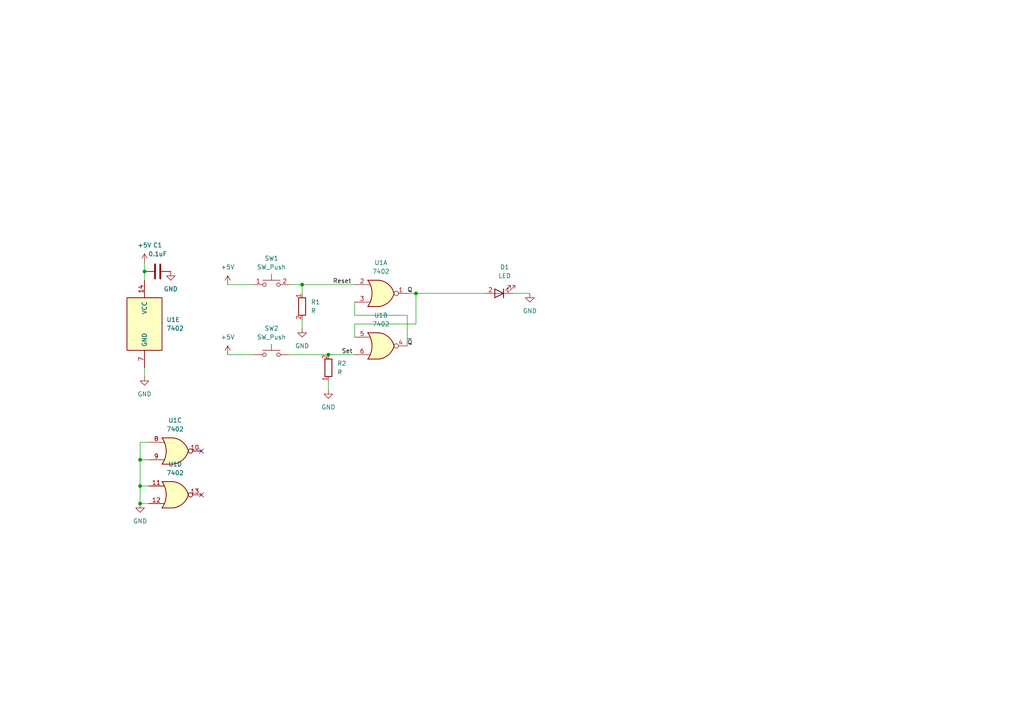
<source format=kicad_sch>
(kicad_sch (version 20211123) (generator eeschema)
  (paper "A4")
  (lib_symbols
    (symbol "7402_1" (pin_names (offset 1.016))
      (property "Reference" "U1" (at 0 8.89 0))
      (property "Value" "7402" (at 0 6.35 0))
      (symbol "7402_1_1_1"
        (arc (start -3.81 -3.81) (mid -2.589 0) (end -3.81 3.81) (stroke (width 0.254)))
        (arc (start -0.6096 -3.81) (mid 2.1842 -2.5851) (end 3.81 0) (stroke (width 0.254)) (fill (type background)))
        (polyline (pts (xy -3.81 -3.81) (xy -0.635 -3.81)) (stroke (width 0.254)) (fill (type background)))
        (polyline (pts (xy -3.81 3.81) (xy -0.635 3.81)) (stroke (width 0.254)) (fill (type background)))
        (polyline (pts (xy -0.635 3.81) (xy -3.81 3.81) (xy -3.81 3.81) (xy -3.556 3.4036) (xy -3.0226 2.2606) (xy -2.6924 1.0414) (xy -2.6162 -0.254) (xy -2.7686 -1.4986) (xy -3.175 -2.7178) (xy -3.81 -3.81) (xy -3.81 -3.81) (xy -0.635 -3.81)) (stroke (width -25.4)) (fill (type background)))
        (arc (start 3.81 0) (mid 2.1915 2.5936) (end -0.6096 3.81) (stroke (width 0.254)) (fill (type background)))
        (pin output inverted (at 7.62 0 180) (length 3.81) (name "~") (number "1"))
        (pin input line (at -7.62 2.54 0) (length 4.318) (name "~") (number "2"))
        (pin input line (at -7.62 -2.54 0) (length 4.318) (name "~") (number "3"))
      )
      (symbol "7402_1_1_2"
        (arc (start 0 -3.81) (mid 3.81 0) (end 0 3.81) (stroke (width 0.254)) (fill (type background)))
        (polyline (pts (xy 0 3.81) (xy -3.81 3.81) (xy -3.81 -3.81) (xy 0 -3.81)) (stroke (width 0.254)) (fill (type background)))
        (pin output line (at 7.62 0 180) (length 3.81) (name "~") (number "1"))
        (pin input inverted (at -7.62 2.54 0) (length 3.81) (name "~") (number "2"))
        (pin input inverted (at -7.62 -2.54 0) (length 3.81) (name "~") (number "3"))
      )
      (symbol "7402_1_2_1"
        (arc (start -3.81 -3.81) (mid -2.589 0) (end -3.81 3.81) (stroke (width 0.254)))
        (arc (start -0.6096 -3.81) (mid 2.1842 -2.5851) (end 3.81 0) (stroke (width 0.254)) (fill (type background)))
        (polyline (pts (xy -3.81 -3.81) (xy -0.635 -3.81)) (stroke (width 0.254)) (fill (type background)))
        (polyline (pts (xy -3.81 3.81) (xy -0.635 3.81)) (stroke (width 0.254)) (fill (type background)))
        (polyline (pts (xy -0.635 3.81) (xy -3.81 3.81) (xy -3.81 3.81) (xy -3.556 3.4036) (xy -3.0226 2.2606) (xy -2.6924 1.0414) (xy -2.6162 -0.254) (xy -2.7686 -1.4986) (xy -3.175 -2.7178) (xy -3.81 -3.81) (xy -3.81 -3.81) (xy -0.635 -3.81)) (stroke (width -25.4)) (fill (type background)))
        (arc (start 3.81 0) (mid 2.1915 2.5936) (end -0.6096 3.81) (stroke (width 0.254)) (fill (type background)))
        (pin output inverted (at 7.62 0 180) (length 3.81) (name "~") (number "4"))
        (pin input line (at -7.62 2.54 0) (length 4.318) (name "~") (number "5"))
        (pin input line (at -7.62 -2.54 0) (length 4.318) (name "~") (number "6"))
      )
      (symbol "7402_1_2_2"
        (arc (start 0 -3.81) (mid 3.81 0) (end 0 3.81) (stroke (width 0.254)) (fill (type background)))
        (polyline (pts (xy 0 3.81) (xy -3.81 3.81) (xy -3.81 -3.81) (xy 0 -3.81)) (stroke (width 0.254)) (fill (type background)))
        (pin output line (at 7.62 0 180) (length 3.81) (name "~") (number "4"))
        (pin input inverted (at -7.62 2.54 0) (length 3.81) (name "~") (number "5"))
        (pin input inverted (at -7.62 -2.54 0) (length 3.81) (name "~") (number "6"))
      )
      (symbol "7402_1_3_1"
        (arc (start -3.81 -3.81) (mid -2.589 0) (end -3.81 3.81) (stroke (width 0.254)))
        (arc (start -0.6096 -3.81) (mid 2.1842 -2.5851) (end 3.81 0) (stroke (width 0.254)) (fill (type background)))
        (polyline (pts (xy -3.81 -3.81) (xy -0.635 -3.81)) (stroke (width 0.254)) (fill (type background)))
        (polyline (pts (xy -3.81 3.81) (xy -0.635 3.81)) (stroke (width 0.254)) (fill (type background)))
        (polyline (pts (xy -0.635 3.81) (xy -3.81 3.81) (xy -3.81 3.81) (xy -3.556 3.4036) (xy -3.0226 2.2606) (xy -2.6924 1.0414) (xy -2.6162 -0.254) (xy -2.7686 -1.4986) (xy -3.175 -2.7178) (xy -3.81 -3.81) (xy -3.81 -3.81) (xy -0.635 -3.81)) (stroke (width -25.4)) (fill (type background)))
        (arc (start 3.81 0) (mid 2.1915 2.5936) (end -0.6096 3.81) (stroke (width 0.254)) (fill (type background)))
        (pin output inverted (at 7.62 0 180) (length 3.81) (name "~") (number "10"))
        (pin input line (at -7.62 2.54 0) (length 4.318) (name "~") (number "8"))
        (pin input line (at -7.62 -2.54 0) (length 4.318) (name "~") (number "9"))
      )
      (symbol "7402_1_3_2"
        (arc (start 0 -3.81) (mid 3.81 0) (end 0 3.81) (stroke (width 0.254)) (fill (type background)))
        (polyline (pts (xy 0 3.81) (xy -3.81 3.81) (xy -3.81 -3.81) (xy 0 -3.81)) (stroke (width 0.254)) (fill (type background)))
        (pin output line (at 7.62 0 180) (length 3.81) (name "~") (number "10"))
        (pin input inverted (at -7.62 2.54 0) (length 3.81) (name "~") (number "8"))
        (pin input inverted (at -7.62 -2.54 0) (length 3.81) (name "~") (number "9"))
      )
      (symbol "7402_1_4_1"
        (arc (start -3.81 -3.81) (mid -2.589 0) (end -3.81 3.81) (stroke (width 0.254)))
        (arc (start -0.6096 -3.81) (mid 2.1842 -2.5851) (end 3.81 0) (stroke (width 0.254)) (fill (type background)))
        (polyline (pts (xy -3.81 -3.81) (xy -0.635 -3.81)) (stroke (width 0.254)) (fill (type background)))
        (polyline (pts (xy -3.81 3.81) (xy -0.635 3.81)) (stroke (width 0.254)) (fill (type background)))
        (polyline (pts (xy -0.635 3.81) (xy -3.81 3.81) (xy -3.81 3.81) (xy -3.556 3.4036) (xy -3.0226 2.2606) (xy -2.6924 1.0414) (xy -2.6162 -0.254) (xy -2.7686 -1.4986) (xy -3.175 -2.7178) (xy -3.81 -3.81) (xy -3.81 -3.81) (xy -0.635 -3.81)) (stroke (width -25.4)) (fill (type background)))
        (arc (start 3.81 0) (mid 2.1915 2.5936) (end -0.6096 3.81) (stroke (width 0.254)) (fill (type background)))
        (pin input line (at -7.62 2.54 0) (length 4.318) (name "~") (number "11"))
        (pin input line (at -7.62 -2.54 0) (length 4.318) (name "~") (number "12"))
        (pin output inverted (at 7.62 0 180) (length 3.81) (name "~") (number "13"))
      )
      (symbol "7402_1_4_2"
        (arc (start 0 -3.81) (mid 3.81 0) (end 0 3.81) (stroke (width 0.254)) (fill (type background)))
        (polyline (pts (xy 0 3.81) (xy -3.81 3.81) (xy -3.81 -3.81) (xy 0 -3.81)) (stroke (width 0.254)) (fill (type background)))
        (pin input inverted (at -7.62 2.54 0) (length 3.81) (name "~") (number "11"))
        (pin input inverted (at -7.62 -2.54 0) (length 3.81) (name "~") (number "12"))
        (pin output line (at 7.62 0 180) (length 3.81) (name "~") (number "13"))
      )
      (symbol "7402_1_5_0"
        (pin power_in line (at 0 12.7 270) (length 5.08) (name "VCC") (number "14"))
        (pin power_in line (at 0 -12.7 90) (length 5.08) (name "GND") (number "7"))
      )
      (symbol "7402_1_5_1"
        (rectangle (start -5.08 7.62) (end 5.08 -7.62) (stroke (width 0.254)) (fill (type background)))
      )
    )
    (symbol "74xx:7402" (pin_names (offset 1.016))
      (property "Reference" "U" (at 0 1.27 0))
      (property "Value" "7402" (at 0 -1.27 0))
      (symbol "7402_1_1"
        (arc (start -3.81 -3.81) (mid -2.589 0) (end -3.81 3.81) (stroke (width 0.254)))
        (arc (start -0.6096 -3.81) (mid 2.1842 -2.5851) (end 3.81 0) (stroke (width 0.254)) (fill (type background)))
        (polyline (pts (xy -3.81 -3.81) (xy -0.635 -3.81)) (stroke (width 0.254)) (fill (type background)))
        (polyline (pts (xy -3.81 3.81) (xy -0.635 3.81)) (stroke (width 0.254)) (fill (type background)))
        (polyline (pts (xy -0.635 3.81) (xy -3.81 3.81) (xy -3.81 3.81) (xy -3.556 3.4036) (xy -3.0226 2.2606) (xy -2.6924 1.0414) (xy -2.6162 -0.254) (xy -2.7686 -1.4986) (xy -3.175 -2.7178) (xy -3.81 -3.81) (xy -3.81 -3.81) (xy -0.635 -3.81)) (stroke (width -25.4)) (fill (type background)))
        (arc (start 3.81 0) (mid 2.1915 2.5936) (end -0.6096 3.81) (stroke (width 0.254)) (fill (type background)))
        (pin output inverted (at 7.62 0 180) (length 3.81) (name "~") (number "1"))
        (pin input line (at -7.62 2.54 0) (length 4.318) (name "~") (number "2"))
        (pin input line (at -7.62 -2.54 0) (length 4.318) (name "~") (number "3"))
      )
      (symbol "7402_1_2"
        (arc (start 0 -3.81) (mid 3.81 0) (end 0 3.81) (stroke (width 0.254)) (fill (type background)))
        (polyline (pts (xy 0 3.81) (xy -3.81 3.81) (xy -3.81 -3.81) (xy 0 -3.81)) (stroke (width 0.254)) (fill (type background)))
        (pin output line (at 7.62 0 180) (length 3.81) (name "~") (number "1"))
        (pin input inverted (at -7.62 2.54 0) (length 3.81) (name "~") (number "2"))
        (pin input inverted (at -7.62 -2.54 0) (length 3.81) (name "~") (number "3"))
      )
      (symbol "7402_2_1"
        (arc (start -3.81 -3.81) (mid -2.589 0) (end -3.81 3.81) (stroke (width 0.254)))
        (arc (start -0.6096 -3.81) (mid 2.1842 -2.5851) (end 3.81 0) (stroke (width 0.254)) (fill (type background)))
        (polyline (pts (xy -3.81 -3.81) (xy -0.635 -3.81)) (stroke (width 0.254)) (fill (type background)))
        (polyline (pts (xy -3.81 3.81) (xy -0.635 3.81)) (stroke (width 0.254)) (fill (type background)))
        (polyline (pts (xy -0.635 3.81) (xy -3.81 3.81) (xy -3.81 3.81) (xy -3.556 3.4036) (xy -3.0226 2.2606) (xy -2.6924 1.0414) (xy -2.6162 -0.254) (xy -2.7686 -1.4986) (xy -3.175 -2.7178) (xy -3.81 -3.81) (xy -3.81 -3.81) (xy -0.635 -3.81)) (stroke (width -25.4)) (fill (type background)))
        (arc (start 3.81 0) (mid 2.1915 2.5936) (end -0.6096 3.81) (stroke (width 0.254)) (fill (type background)))
        (pin output inverted (at 7.62 0 180) (length 3.81) (name "~") (number "4"))
        (pin input line (at -7.62 2.54 0) (length 4.318) (name "~") (number "5"))
        (pin input line (at -7.62 -2.54 0) (length 4.318) (name "~") (number "6"))
      )
      (symbol "7402_2_2"
        (arc (start 0 -3.81) (mid 3.81 0) (end 0 3.81) (stroke (width 0.254)) (fill (type background)))
        (polyline (pts (xy 0 3.81) (xy -3.81 3.81) (xy -3.81 -3.81) (xy 0 -3.81)) (stroke (width 0.254)) (fill (type background)))
        (pin output line (at 7.62 0 180) (length 3.81) (name "~") (number "4"))
        (pin input inverted (at -7.62 2.54 0) (length 3.81) (name "~") (number "5"))
        (pin input inverted (at -7.62 -2.54 0) (length 3.81) (name "~") (number "6"))
      )
      (symbol "7402_3_1"
        (arc (start -3.81 -3.81) (mid -2.589 0) (end -3.81 3.81) (stroke (width 0.254)))
        (arc (start -0.6096 -3.81) (mid 2.1842 -2.5851) (end 3.81 0) (stroke (width 0.254)) (fill (type background)))
        (polyline (pts (xy -3.81 -3.81) (xy -0.635 -3.81)) (stroke (width 0.254)) (fill (type background)))
        (polyline (pts (xy -3.81 3.81) (xy -0.635 3.81)) (stroke (width 0.254)) (fill (type background)))
        (polyline (pts (xy -0.635 3.81) (xy -3.81 3.81) (xy -3.81 3.81) (xy -3.556 3.4036) (xy -3.0226 2.2606) (xy -2.6924 1.0414) (xy -2.6162 -0.254) (xy -2.7686 -1.4986) (xy -3.175 -2.7178) (xy -3.81 -3.81) (xy -3.81 -3.81) (xy -0.635 -3.81)) (stroke (width -25.4)) (fill (type background)))
        (arc (start 3.81 0) (mid 2.1915 2.5936) (end -0.6096 3.81) (stroke (width 0.254)) (fill (type background)))
        (pin output inverted (at 7.62 0 180) (length 3.81) (name "~") (number "10"))
        (pin input line (at -7.62 2.54 0) (length 4.318) (name "~") (number "8"))
        (pin input line (at -7.62 -2.54 0) (length 4.318) (name "~") (number "9"))
      )
      (symbol "7402_3_2"
        (arc (start 0 -3.81) (mid 3.81 0) (end 0 3.81) (stroke (width 0.254)) (fill (type background)))
        (polyline (pts (xy 0 3.81) (xy -3.81 3.81) (xy -3.81 -3.81) (xy 0 -3.81)) (stroke (width 0.254)) (fill (type background)))
        (pin output line (at 7.62 0 180) (length 3.81) (name "~") (number "10"))
        (pin input inverted (at -7.62 2.54 0) (length 3.81) (name "~") (number "8"))
        (pin input inverted (at -7.62 -2.54 0) (length 3.81) (name "~") (number "9"))
      )
      (symbol "7402_4_1"
        (arc (start -3.81 -3.81) (mid -2.589 0) (end -3.81 3.81) (stroke (width 0.254)))
        (arc (start -0.6096 -3.81) (mid 2.1842 -2.5851) (end 3.81 0) (stroke (width 0.254)) (fill (type background)))
        (polyline (pts (xy -3.81 -3.81) (xy -0.635 -3.81)) (stroke (width 0.254)) (fill (type background)))
        (polyline (pts (xy -3.81 3.81) (xy -0.635 3.81)) (stroke (width 0.254)) (fill (type background)))
        (polyline (pts (xy -0.635 3.81) (xy -3.81 3.81) (xy -3.81 3.81) (xy -3.556 3.4036) (xy -3.0226 2.2606) (xy -2.6924 1.0414) (xy -2.6162 -0.254) (xy -2.7686 -1.4986) (xy -3.175 -2.7178) (xy -3.81 -3.81) (xy -3.81 -3.81) (xy -0.635 -3.81)) (stroke (width -25.4)) (fill (type background)))
        (arc (start 3.81 0) (mid 2.1915 2.5936) (end -0.6096 3.81) (stroke (width 0.254)) (fill (type background)))
        (pin input line (at -7.62 2.54 0) (length 4.318) (name "~") (number "11"))
        (pin input line (at -7.62 -2.54 0) (length 4.318) (name "~") (number "12"))
        (pin output inverted (at 7.62 0 180) (length 3.81) (name "~") (number "13"))
      )
      (symbol "7402_4_2"
        (arc (start 0 -3.81) (mid 3.81 0) (end 0 3.81) (stroke (width 0.254)) (fill (type background)))
        (polyline (pts (xy 0 3.81) (xy -3.81 3.81) (xy -3.81 -3.81) (xy 0 -3.81)) (stroke (width 0.254)) (fill (type background)))
        (pin input inverted (at -7.62 2.54 0) (length 3.81) (name "~") (number "11"))
        (pin input inverted (at -7.62 -2.54 0) (length 3.81) (name "~") (number "12"))
        (pin output line (at 7.62 0 180) (length 3.81) (name "~") (number "13"))
      )
      (symbol "7402_5_0"
        (pin power_in line (at 0 12.7 270) (length 5.08) (name "VCC") (number "14"))
        (pin power_in line (at 0 -12.7 90) (length 5.08) (name "GND") (number "7"))
      )
      (symbol "7402_5_1"
        (rectangle (start -5.08 7.62) (end 5.08 -7.62) (stroke (width 0.254)) (fill (type background)))
      )
    )
    (symbol "Device:C" (pin_numbers hide) (pin_names (offset 0.254))
      (property "Reference" "C" (at 0.635 2.54 0))
      (property "Value" "C" (at 0.635 -2.54 0))
      (symbol "C_0_1"
        (polyline (pts (xy -2.032 -0.762) (xy 2.032 -0.762)) (stroke (width 0.508)))
        (polyline (pts (xy -2.032 0.762) (xy 2.032 0.762)) (stroke (width 0.508)))
      )
      (symbol "C_1_1"
        (pin passive line (at 0 3.81 270) (length 2.794) (name "~") (number "1"))
        (pin passive line (at 0 -3.81 90) (length 2.794) (name "~") (number "2"))
      )
    )
    (symbol "Device:LED" (pin_names (offset 1.016) hide)
      (property "Reference" "D" (at 0 2.54 0))
      (property "Value" "LED" (at 0 -2.54 0))
      (symbol "LED_0_1"
        (polyline (pts (xy -1.27 -1.27) (xy -1.27 1.27)) (stroke (width 0.254)))
        (polyline (pts (xy -1.27 0) (xy 1.27 0)))
        (polyline (pts (xy 1.27 -1.27) (xy 1.27 1.27) (xy -1.27 0) (xy 1.27 -1.27)) (stroke (width 0.254)))
        (polyline (pts (xy -3.048 -0.762) (xy -4.572 -2.286) (xy -3.81 -2.286) (xy -4.572 -2.286) (xy -4.572 -1.524)))
        (polyline (pts (xy -1.778 -0.762) (xy -3.302 -2.286) (xy -2.54 -2.286) (xy -3.302 -2.286) (xy -3.302 -1.524)))
      )
      (symbol "LED_1_1"
        (pin passive line (at -3.81 0 0) (length 2.54) (name "K") (number "1"))
        (pin passive line (at 3.81 0 180) (length 2.54) (name "A") (number "2"))
      )
    )
    (symbol "Device:R" (pin_names (offset 0))
      (property "Reference" "R" (at 2.032 0 90))
      (property "Value" "R" (at 0 0 90))
      (symbol "R_0_1"
        (rectangle (start -1.016 -2.54) (end 1.016 2.54) (stroke (width 0.254)))
      )
      (symbol "R_1_1"
        (pin passive line (at 0 3.81 270) (length 1.27) (name "~") (number "1"))
        (pin passive line (at 0 -3.81 90) (length 1.27) (name "~") (number "2"))
      )
    )
    (symbol "SW_Push_1" (pin_names (offset 1.016) hide)
      (property "Reference" "SW" (at 1.27 2.54 0))
      (property "Value" "SW_Push_1" (at 0 -1.524 0))
      (symbol "SW_Push_1_0_1"
        (circle (center -2.032 0) (radius 0.508))
        (polyline (pts (xy 0 1.27) (xy 0 3.048)))
        (polyline (pts (xy 2.54 1.27) (xy -2.54 1.27)))
        (circle (center 2.032 0) (radius 0.508))
        (pin passive line (at -5.08 0 0) (length 2.54) (name "1") (number "1"))
        (pin passive line (at 5.08 0 180) (length 2.54) (name "2") (number "2"))
      )
    )
    (symbol "Switch:SW_Push" (pin_numbers hide) (pin_names (offset 1.016) hide)
      (property "Reference" "SW" (at 1.27 2.54 0))
      (property "Value" "SW_Push" (at 0 -1.524 0))
      (symbol "SW_Push_0_1"
        (circle (center -2.032 0) (radius 0.508))
        (polyline (pts (xy 0 1.27) (xy 0 3.048)))
        (polyline (pts (xy 2.54 1.27) (xy -2.54 1.27)))
        (circle (center 2.032 0) (radius 0.508))
        (pin passive line (at -5.08 0 0) (length 2.54) (name "1") (number "1"))
        (pin passive line (at 5.08 0 180) (length 2.54) (name "2") (number "2"))
      )
    )
    (symbol "power:+5V" (power) (pin_names (offset 0))
      (property "Value" "+5V" (at 0 3.556 0))
      (symbol "+5V_0_1"
        (polyline (pts (xy -0.762 1.27) (xy 0 2.54)))
        (polyline (pts (xy 0 0) (xy 0 2.54)))
        (polyline (pts (xy 0 2.54) (xy 0.762 1.27)))
      )
      (symbol "+5V_1_1"
        (pin power_in line (at 0 0 90) (length 0) hide (name "+5V") (number "1"))
      )
    )
    (symbol "power:GND" (power) (pin_names (offset 0))
      (property "Value" "GND" (at 0 -3.81 0))
      (symbol "GND_0_1"
        (polyline (pts (xy 0 0) (xy 0 -1.27) (xy 1.27 -1.27) (xy 0 -2.54) (xy -1.27 -1.27) (xy 0 -1.27)))
      )
      (symbol "GND_1_1"
        (pin power_in line (at 0 0 270) (length 0) hide (name "GND") (number "1"))
      )
    )
  )
  (junction (at 87.63 82.55))
  (junction (at 40.64 133.35))
  (junction (at 40.64 140.97))
  (junction (at 40.64 146.05))
  (junction (at 95.25 102.87))
  (junction (at 41.91 78.74))
  (junction (at 120.65 85.09))
  (no_connect (at 58.42 143.51))
  (no_connect (at 58.42 130.81))
  (wire (pts (xy 40.64 146.05) (xy 43.18 146.05)))
  (wire (pts (xy 83.82 82.55) (xy 87.63 82.55)))
  (wire (pts (xy 87.63 92.71) (xy 87.63 95.25)))
  (wire (pts (xy 102.87 97.79) (xy 102.87 93.98)))
  (wire (pts (xy 102.87 87.63) (xy 102.87 91.44)))
  (wire (pts (xy 41.91 76.2) (xy 41.91 78.74)))
  (wire (pts (xy 118.11 100.33) (xy 118.11 91.44)))
  (wire (pts (xy 102.87 93.98) (xy 120.65 93.98)))
  (wire (pts (xy 40.64 128.27) (xy 40.64 133.35)))
  (wire (pts (xy 41.91 109.22) (xy 41.91 106.68)))
  (wire (pts (xy 40.64 140.97) (xy 40.64 146.05)))
  (wire (pts (xy 118.11 91.44) (xy 102.87 91.44)))
  (wire (pts (xy 120.65 85.09) (xy 140.97 85.09)))
  (wire (pts (xy 83.82 102.87) (xy 95.25 102.87)))
  (wire (pts (xy 153.67 85.09) (xy 148.59 85.09)))
  (wire (pts (xy 40.64 133.35) (xy 40.64 140.97)))
  (wire (pts (xy 95.25 110.49) (xy 95.25 113.03)))
  (wire (pts (xy 87.63 82.55) (xy 102.87 82.55)))
  (wire (pts (xy 118.11 85.09) (xy 120.65 85.09)))
  (wire (pts (xy 87.63 85.09) (xy 87.63 82.55)))
  (wire (pts (xy 66.04 102.87) (xy 73.66 102.87)))
  (wire (pts (xy 95.25 102.87) (xy 102.87 102.87)))
  (wire (pts (xy 120.65 85.09) (xy 120.65 93.98)))
  (wire (pts (xy 40.64 133.35) (xy 43.18 133.35)))
  (wire (pts (xy 41.91 78.74) (xy 41.91 81.28)))
  (wire (pts (xy 66.04 82.55) (xy 73.66 82.55)))
  (wire (pts (xy 43.18 128.27) (xy 40.64 128.27)))
  (wire (pts (xy 40.64 140.97) (xy 43.18 140.97)))
  (label "~{Q}" (at 118.11 100.33 0))
  (label "Reset" (at 96.52 82.55 0))
  (label "Set" (at 99.06 102.87 0))
  (label "Q" (at 118.11 85.09 0))
  (symbol (lib_name "SW_Push_1") (lib_id "Switch:SW_Push") (at 78.74 82.55 0) (unit 1)
    (property "Reference" "SW1" (at 78.74 74.93 0))
    (property "Value" "SW_Push" (at 78.74 77.47 0))
  )
  (symbol (lib_id "74xx:7402") (at 50.8 130.81 0) (unit 3)
    (property "Reference" "U1" (at 50.8 121.92 0))
    (property "Value" "7402" (at 50.8 124.46 0))
    (property "Datasheet" "http://www.ti.com/lit/gpn/sn7402" (effects hide))
    (property "VerilogInclude" "7402.v" (effects hide))
    (property "VerilogCode" "ttl_7402 U1(_2, _3, _5, _6, _8, _9, _11, _12, _1, _4, _10, _13);" (effects hide))
    (property "VerilogModulePort" "1, 2 ,6" (effects hide))
  )
  (symbol (lib_id "power:+5V") (at 66.04 102.87 0) (unit 1)
    (property "Reference" "#PWR0102" (effects hide))
    (property "Value" "+5V" (at 66.04 97.79 0))
  )
  (symbol (lib_id "power:GND") (at 95.25 113.03 0) (unit 1)
    (property "Reference" "#PWR0105" (effects hide))
    (property "Value" "GND" (at 95.25 118.11 0))
  )
  (symbol (lib_id "power:GND") (at 49.53 78.74 0) (unit 1)
    (property "Reference" "#PWR06" (effects hide))
    (property "Value" "GND" (at 49.53 83.82 0))
  )
  (symbol (lib_id "Switch:SW_Push") (at 78.74 102.87 0) (unit 1)
    (property "Reference" "SW2" (at 78.74 95.25 0))
    (property "Value" "SW_Push" (at 78.74 97.79 0))
  )
  (symbol (lib_id "Device:LED") (at 144.78 85.09 180) (unit 1)
    (property "Reference" "D1" (at 146.3675 77.47 0))
    (property "Value" "LED" (at 146.3675 80.01 0))
  )
  (symbol (lib_id "Device:R") (at 87.63 88.9 0) (unit 1)
    (property "Reference" "R1" (at 90.17 87.6299 0) (effects (justify left)))
    (property "Value" "R" (at 90.17 90.1699 0) (effects (justify left)))
  )
  (symbol (lib_id "74xx:7402") (at 41.91 93.98 0) (unit 5)
    (property "Reference" "U1" (at 48.26 92.7099 0) (effects (justify left)))
    (property "Value" "7402" (at 48.26 95.2499 0) (effects (justify left)))
    (property "Datasheet" "http://www.ti.com/lit/gpn/sn7402" (effects hide))
    (property "VerilogInclude" "7402.v" (effects hide))
    (property "VerilogCode" "ttl_7402 U1(_2, _3, _5, _6, _8, _9, _11, _12, _1, _4, _10, _13);" (effects hide))
    (property "VerilogModulePort" "1, 2 ,6" (effects hide))
  )
  (symbol (lib_id "Device:C") (at 45.72 78.74 90) (unit 1)
    (property "Reference" "C1" (at 45.72 71.12 90))
    (property "Value" "0.1uF" (at 45.72 73.66 90))
  )
  (symbol (lib_id "power:GND") (at 41.91 109.22 0) (unit 1)
    (property "Reference" "#PWR04" (effects hide))
    (property "Value" "GND" (at 41.91 114.3 0))
  )
  (symbol (lib_id "power:GND") (at 87.63 95.25 0) (unit 1)
    (property "Reference" "#PWR0101" (effects hide))
    (property "Value" "GND" (at 87.63 100.33 0))
  )
  (symbol (lib_id "74xx:7402") (at 50.8 143.51 0) (unit 4)
    (property "Reference" "U1" (at 50.8 134.62 0))
    (property "Value" "7402" (at 50.8 137.16 0))
    (property "Datasheet" "http://www.ti.com/lit/gpn/sn7402" (effects hide))
    (property "VerilogInclude" "7402.v" (effects hide))
    (property "VerilogCode" "ttl_7402 U1(_2, _3, _5, _6, _8, _9, _11, _12, _1, _4, _10, _13);" (effects hide))
    (property "VerilogModulePort" "1, 2 ,6" (effects hide))
  )
  (symbol (lib_id "power:+5V") (at 66.04 82.55 0) (unit 1)
    (property "Reference" "#PWR0103" (effects hide))
    (property "Value" "+5V" (at 66.04 77.47 0))
  )
  (symbol (lib_id "power:+5V") (at 41.91 76.2 0) (unit 1)
    (property "Reference" "#PWR03" (effects hide))
    (property "Value" "+5V" (at 41.91 71.12 0))
  )
  (symbol (lib_id "74xx:7402") (at 110.49 100.33 0) (unit 2)
    (property "Reference" "U1" (at 110.49 91.44 0))
    (property "Value" "7402" (at 110.49 93.98 0))
    (property "Datasheet" "http://www.ti.com/lit/gpn/sn7402" (effects hide))
    (property "VerilogInclude" "7402.v" (effects hide))
    (property "VerilogCode" "ttl_7402 U1(_2, _3, _5, _6, _8, _9, _11, _12, _1, _4, _10, _13);" (effects hide))
    (property "VerilogModulePort" "1, 2 ,6" (effects hide))
  )
  (symbol (lib_name "7402_1") (lib_id "74xx:7402") (at 110.49 85.09 0) (unit 1)
    (property "Reference" "U1" (at 110.49 76.2 0))
    (property "Value" "7402" (at 110.49 78.74 0))
    (property "Datasheet" "http://www.ti.com/lit/gpn/sn7402" (effects hide))
    (property "VerilogInclude" "7402.v" (effects hide))
    (property "VerilogCode" "ttl_7402 U1(_2, _3, _5, _6, _8, _9, _11, _12, _1, _4, _10, _13);" (effects hide))
    (property "VerilogModulePort" "1, 2 ,6" (effects hide))
  )
  (symbol (lib_id "Device:R") (at 95.25 106.68 180) (unit 1)
    (property "Reference" "R2" (at 97.79 105.4099 0) (effects (justify right)))
    (property "Value" "R" (at 97.79 107.9499 0) (effects (justify right)))
  )
  (symbol (lib_id "power:GND") (at 40.64 146.05 0) (unit 1)
    (property "Reference" "#PWR0104" (effects hide))
    (property "Value" "GND" (at 40.64 151.13 0))
  )
  (symbol (lib_id "power:GND") (at 153.67 85.09 0) (unit 1)
    (property "Reference" "#PWR05" (effects hide))
    (property "Value" "GND" (at 153.67 90.17 0))
  )
)
</source>
